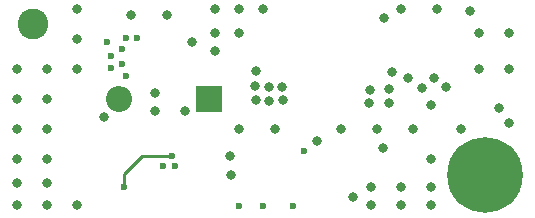
<source format=gbl>
G04 #@! TF.GenerationSoftware,KiCad,Pcbnew,8.0.0*
G04 #@! TF.CreationDate,2024-08-05T13:19:55+02:00*
G04 #@! TF.ProjectId,BatteryBridge,42617474-6572-4794-9272-696467652e6b,rev?*
G04 #@! TF.SameCoordinates,Original*
G04 #@! TF.FileFunction,Copper,L4,Bot*
G04 #@! TF.FilePolarity,Positive*
%FSLAX46Y46*%
G04 Gerber Fmt 4.6, Leading zero omitted, Abs format (unit mm)*
G04 Created by KiCad (PCBNEW 8.0.0) date 2024-08-05 13:19:55*
%MOMM*%
%LPD*%
G01*
G04 APERTURE LIST*
G04 #@! TA.AperFunction,ComponentPad*
%ADD10C,0.800000*%
G04 #@! TD*
G04 #@! TA.AperFunction,ComponentPad*
%ADD11C,6.400000*%
G04 #@! TD*
G04 #@! TA.AperFunction,ComponentPad*
%ADD12R,2.200000X2.200000*%
G04 #@! TD*
G04 #@! TA.AperFunction,ComponentPad*
%ADD13O,2.200000X2.200000*%
G04 #@! TD*
G04 #@! TA.AperFunction,ComponentPad*
%ADD14C,2.600000*%
G04 #@! TD*
G04 #@! TA.AperFunction,ViaPad*
%ADD15C,0.800000*%
G04 #@! TD*
G04 #@! TA.AperFunction,ViaPad*
%ADD16C,0.600000*%
G04 #@! TD*
G04 #@! TA.AperFunction,Conductor*
%ADD17C,0.250000*%
G04 #@! TD*
G04 APERTURE END LIST*
D10*
X145860000Y-92770000D03*
X146562944Y-91072944D03*
X146562944Y-94467056D03*
X148260000Y-90370000D03*
D11*
X148260000Y-92770000D03*
D10*
X148260000Y-95170000D03*
X149957056Y-91072944D03*
X149957056Y-94467056D03*
X150660000Y-92770000D03*
D12*
X124900000Y-86300000D03*
D13*
X117280000Y-86300000D03*
D14*
X110000000Y-80000000D03*
D15*
X118364000Y-79248000D03*
X141224000Y-93827600D03*
X138530000Y-85550000D03*
X147828000Y-83820000D03*
X150368000Y-83820000D03*
X120396000Y-85852000D03*
X108712000Y-91440000D03*
X111252000Y-95351600D03*
X149520000Y-87120000D03*
X137120000Y-94650000D03*
X127508000Y-78740000D03*
X128860000Y-85230000D03*
X111252000Y-86360000D03*
X108712000Y-86360000D03*
X139660000Y-90470000D03*
D16*
X127508000Y-95402400D03*
D15*
X138684000Y-93827600D03*
X138510000Y-86690000D03*
D16*
X132080000Y-95402400D03*
X117906800Y-84378800D03*
D15*
X111252000Y-93472000D03*
X113792000Y-95351600D03*
X108712000Y-88900000D03*
X126700000Y-91130000D03*
X111252000Y-88900000D03*
X141800000Y-84600000D03*
X129540000Y-78740000D03*
X144272000Y-78740000D03*
D16*
X116600000Y-83700000D03*
D15*
X120396000Y-87376000D03*
X125476000Y-80772000D03*
X113792000Y-83820000D03*
X143764000Y-91440000D03*
X128890000Y-83970000D03*
D16*
X117551200Y-83362800D03*
D15*
X116070000Y-87850000D03*
X139770000Y-79520000D03*
X121412000Y-79248000D03*
X130020000Y-86490000D03*
D16*
X116300000Y-81500000D03*
D15*
X143000000Y-85380000D03*
D16*
X116600000Y-82700000D03*
D15*
X113792000Y-81280000D03*
X127508000Y-88900000D03*
X130010000Y-85290000D03*
D16*
X118800000Y-81200000D03*
D15*
X140170000Y-85510000D03*
X141224000Y-95300800D03*
X111252000Y-91440000D03*
D16*
X129540000Y-95402400D03*
D15*
X108712000Y-93472000D03*
X128890000Y-86450000D03*
X140380000Y-84040000D03*
X136144000Y-88900000D03*
X108712000Y-95351600D03*
X126770000Y-92810000D03*
D16*
X121000000Y-91980000D03*
D15*
X123530000Y-81520000D03*
X142240000Y-88900000D03*
X113792000Y-78740000D03*
X130556000Y-88900000D03*
D16*
X117551200Y-82143600D03*
D15*
X134112000Y-89916000D03*
X131160000Y-86460000D03*
X144000000Y-84590000D03*
X146304000Y-88900000D03*
X143764000Y-95300800D03*
X150368000Y-88392000D03*
D16*
X132990000Y-90730000D03*
D15*
X145000000Y-85350000D03*
X150368000Y-80772000D03*
X111252000Y-83820000D03*
X138684000Y-95300800D03*
X140210000Y-86690000D03*
X127508000Y-80772000D03*
X147828000Y-80772000D03*
X125476000Y-78740000D03*
X108712000Y-83820000D03*
X139192000Y-88900000D03*
X125476000Y-82296000D03*
X122936000Y-87376000D03*
X141224000Y-78740000D03*
X147010000Y-78890000D03*
X143764000Y-93827600D03*
D16*
X117900000Y-81200000D03*
D15*
X143764000Y-86868000D03*
X131100000Y-85350000D03*
D16*
X122070000Y-92040000D03*
X117740000Y-93780000D03*
X121780000Y-91150000D03*
D17*
X117740000Y-92680000D02*
X119000000Y-91420000D01*
X119000000Y-91420000D02*
X119270000Y-91150000D01*
X119270000Y-91150000D02*
X121780000Y-91150000D01*
X117740000Y-93780000D02*
X117740000Y-92680000D01*
M02*

</source>
